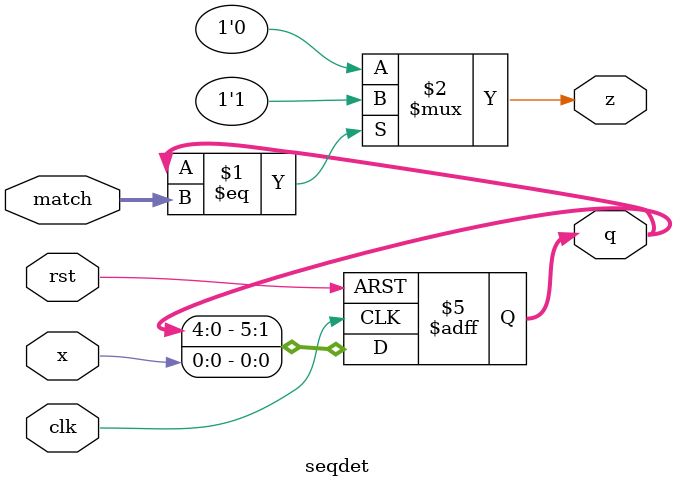
<source format=sv>
module seqdet
(
   input wire x,
   input wire clk,
   input wire rst,
  input reg [5:0] match,
   output wire z,
  output reg [5:0] q
);
 

 
  assign z = (q == match) ? 1'b1:1'b0;
 
always @ (posedge clk,negedge rst)
   if(!rst)
      q <= 6'd0;
   else
     q <= {q[4:0],x};
 
endmodule
</source>
